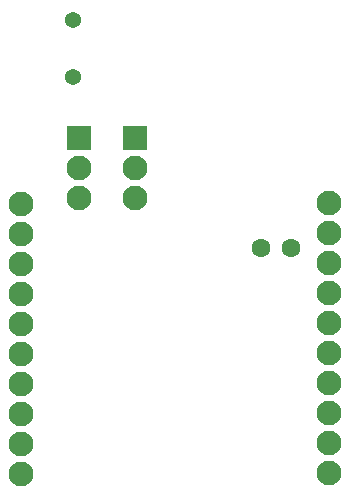
<source format=gbr>
G04 DipTrace 4.0.0.3*
G04 BottomMask.gbr*
%MOIN*%
G04 #@! TF.FileFunction,Soldermask,Bot*
G04 #@! TF.Part,Single*
%ADD39C,0.062992*%
%ADD41C,0.053937*%
%ADD51R,0.082677X0.082677*%
%ADD53C,0.082677*%
%FSLAX26Y26*%
G04*
G70*
G90*
G75*
G01*
G04 BotMask*
%LPD*%
D53*
X474966Y516650D3*
Y616650D3*
Y716650D3*
Y816650D3*
Y916650D3*
Y1016650D3*
Y1116650D3*
Y1216650D3*
Y1316650D3*
Y1416650D3*
X1502668Y518894D3*
Y618894D3*
Y718894D3*
Y818894D3*
Y918894D3*
Y1018894D3*
Y1118894D3*
Y1218894D3*
Y1318894D3*
Y1418894D3*
D51*
X668780Y1635129D3*
D53*
Y1535129D3*
Y1435129D3*
D51*
X856428Y1635261D3*
D53*
Y1535261D3*
Y1435261D3*
D41*
X649194Y1838180D3*
Y2030306D3*
D39*
X1376785Y1268551D3*
X1276785D3*
M02*

</source>
